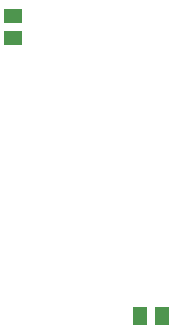
<source format=gbr>
G04 EAGLE Gerber RS-274X export*
G75*
%MOMM*%
%FSLAX34Y34*%
%LPD*%
%INSolderpaste Top*%
%IPPOS*%
%AMOC8*
5,1,8,0,0,1.08239X$1,22.5*%
G01*
%ADD10R,1.500000X1.300000*%
%ADD11R,1.300000X1.500000*%


D10*
X197000Y290500D03*
X197000Y309500D03*
D11*
X323500Y55000D03*
X304500Y55000D03*
M02*

</source>
